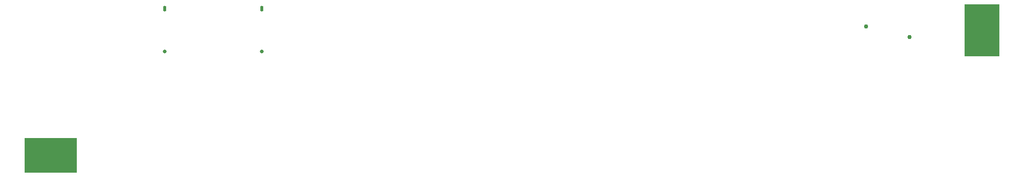
<source format=gbr>
%TF.GenerationSoftware,Altium Limited,Altium Designer,22.4.2 (48)*%
G04 Layer_Color=0*
%FSLAX26Y26*%
%MOIN*%
%TF.SameCoordinates,8C98EB32-1E12-42CD-A60B-9DA89663A72C*%
%TF.FilePolarity,Positive*%
%TF.FileFunction,NonPlated,1,8,NPTH,Drill*%
%TF.Part,Single*%
G01*
G75*
%TA.AperFunction,ComponentDrill*%
%ADD197R,0.244095X0.363779*%
%ADD198C,0.029528*%
%ADD199O,0.022835X0.039370*%
%ADD200C,0.025984*%
%ADD201R,0.363779X0.244095*%
D197*
X9891732Y2952756D02*
D03*
D198*
X9392126Y2906299D02*
D03*
X9092126Y2979528D02*
D03*
D199*
X4921260Y3100394D02*
D03*
X4251968D02*
D03*
D200*
X4921260Y2805118D02*
D03*
X4251968D02*
D03*
D201*
X3464567Y2086614D02*
D03*
%TF.MD5,0db0eea656255f7504a878ee100d641e*%
M02*

</source>
